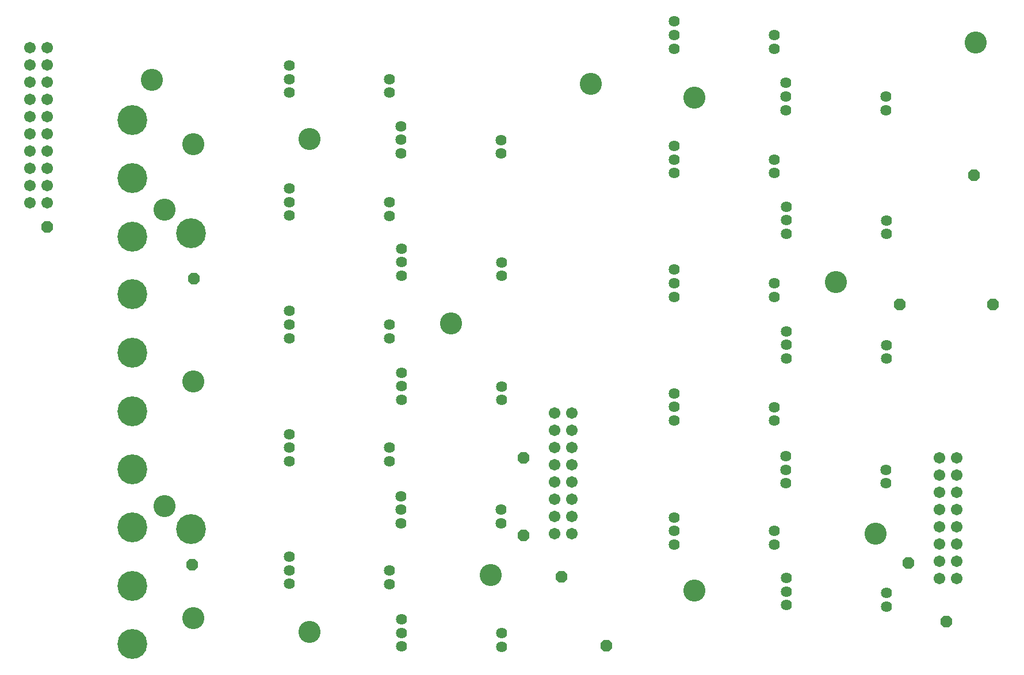
<source format=gbr>
G04 EAGLE Gerber RS-274X export*
G75*
%MOMM*%
%FSLAX34Y34*%
%LPD*%
%INSoldermask Top*%
%IPPOS*%
%AMOC8*
5,1,8,0,0,1.08239X$1,22.5*%
G01*
G04 Define Apertures*
%ADD10C,3.251200*%
%ADD11C,1.711200*%
%ADD12P,1.8695X8X22.5*%
%ADD13C,1.625600*%
%ADD14C,4.394200*%
D10*
X268173Y792163D03*
X268173Y94152D03*
X268173Y442870D03*
X207391Y886959D03*
X226060Y695960D03*
X226060Y259080D03*
X439420Y800100D03*
X439420Y73660D03*
X647700Y528320D03*
X706120Y157480D03*
X853440Y881380D03*
X1005840Y861060D03*
X1005840Y134620D03*
X1214120Y589280D03*
X1272540Y218440D03*
X1419860Y942340D03*
D11*
X27940Y934720D03*
X53340Y934720D03*
X27940Y909320D03*
X53340Y909320D03*
X27940Y883920D03*
X53340Y883920D03*
X27940Y858520D03*
X53340Y858520D03*
X27940Y833120D03*
X53340Y833120D03*
X27940Y807720D03*
X53340Y807720D03*
X27940Y782320D03*
X53340Y782320D03*
X27940Y756920D03*
X53340Y756920D03*
X27940Y731520D03*
X53340Y731520D03*
X27940Y706120D03*
X53340Y706120D03*
D12*
X266700Y172720D03*
X269240Y594360D03*
X53340Y670560D03*
D11*
X825500Y396240D03*
X800100Y396240D03*
X825500Y370840D03*
X800100Y370840D03*
X825500Y345440D03*
X800100Y345440D03*
X825500Y320040D03*
X800100Y320040D03*
X825500Y294640D03*
X800100Y294640D03*
X825500Y269240D03*
X800100Y269240D03*
X825500Y243840D03*
X800100Y243840D03*
X825500Y218440D03*
X800100Y218440D03*
D13*
X721614Y51976D03*
X721614Y71976D03*
X556514Y144178D03*
X556514Y164178D03*
X721360Y233586D03*
X721360Y253586D03*
X556514Y325026D03*
X556514Y345026D03*
X721614Y415450D03*
X721614Y435450D03*
X556768Y506382D03*
X556768Y526382D03*
X721614Y598330D03*
X721614Y618330D03*
X556768Y686976D03*
X556768Y706976D03*
X721360Y778670D03*
X721360Y798670D03*
X557022Y868332D03*
X557022Y888332D03*
X409702Y868492D03*
X409702Y888492D03*
X409702Y908492D03*
X574040Y778830D03*
X574040Y798830D03*
X574040Y818830D03*
X409448Y687136D03*
X409448Y707136D03*
X409448Y727136D03*
X574294Y598490D03*
X574294Y618490D03*
X574294Y638490D03*
X409448Y506542D03*
X409448Y526542D03*
X409448Y546542D03*
X574294Y415610D03*
X574294Y435610D03*
X574294Y455610D03*
X409194Y325186D03*
X409194Y345186D03*
X409194Y365186D03*
X574040Y233746D03*
X574040Y253746D03*
X574040Y273746D03*
X409194Y144338D03*
X409194Y164338D03*
X409194Y184338D03*
X574294Y52136D03*
X574294Y72136D03*
X574294Y92136D03*
D12*
X810260Y154940D03*
X754380Y330200D03*
X876300Y53340D03*
X754380Y215900D03*
D11*
X1391920Y330200D03*
X1366520Y330200D03*
X1391920Y304800D03*
X1366520Y304800D03*
X1391920Y279400D03*
X1366520Y279400D03*
X1391920Y254000D03*
X1366520Y254000D03*
X1391920Y228600D03*
X1366520Y228600D03*
X1391920Y203200D03*
X1366520Y203200D03*
X1391920Y177800D03*
X1366520Y177800D03*
X1391920Y152400D03*
X1366520Y152400D03*
D13*
X1288034Y111302D03*
X1288034Y131302D03*
X1122934Y202281D03*
X1122934Y222281D03*
X1287780Y292641D03*
X1287780Y312641D03*
X1122934Y385034D03*
X1122934Y405034D03*
X1288034Y476410D03*
X1288034Y496410D03*
X1123188Y567342D03*
X1123188Y587342D03*
X1288034Y660243D03*
X1288034Y680243D03*
X1123188Y749841D03*
X1123188Y769841D03*
X1287780Y842488D03*
X1287780Y862488D03*
X1123442Y933102D03*
X1123442Y953102D03*
X976122Y933262D03*
X976122Y953262D03*
X976122Y973262D03*
X1140460Y842648D03*
X1140460Y862648D03*
X1140460Y882648D03*
X975868Y750001D03*
X975868Y770001D03*
X975868Y790001D03*
X1140714Y660403D03*
X1140714Y680403D03*
X1140714Y700403D03*
X975868Y567502D03*
X975868Y587502D03*
X975868Y607502D03*
X1140714Y476570D03*
X1140714Y496570D03*
X1140714Y516570D03*
X975614Y385194D03*
X975614Y405194D03*
X975614Y425194D03*
X1140460Y292801D03*
X1140460Y312801D03*
X1140460Y332801D03*
X975614Y202441D03*
X975614Y222441D03*
X975614Y242441D03*
X1140714Y113096D03*
X1140714Y133096D03*
X1140714Y153096D03*
D12*
X1376680Y88900D03*
X1445260Y556260D03*
X1417320Y746760D03*
X1320800Y175260D03*
X1308100Y556260D03*
D14*
X178054Y828040D03*
X178054Y742128D03*
X178054Y656337D03*
X178054Y571342D03*
X178054Y484756D03*
X178054Y398966D03*
X178054Y313175D03*
X178054Y227386D03*
X178054Y141596D03*
X178054Y55806D03*
X264668Y660830D03*
X264668Y224998D03*
M02*

</source>
